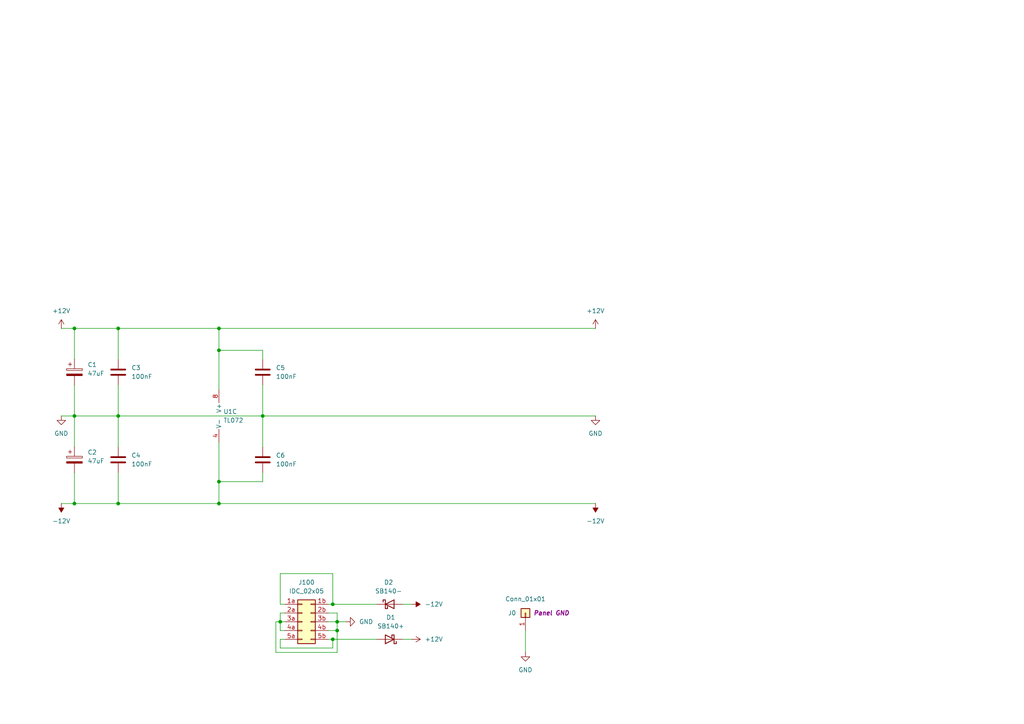
<source format=kicad_sch>
(kicad_sch (version 20231120) (generator "eeschema") (generator_version "8.0")
  (paper "A4")
  (title_block (title "Power Distribution") (company "DMH Instruments") (comment 1 "PCB for 5 cm Kosmo format synthesizer module"))
  (lib_symbols
    (symbol "Amplifier_Operational:TL072" (pin_names (offset 0.127))
      (property "Reference" "U" (at 0 5.08 0))
      (property "Value" "TL072" (at 0 -5.08 0))
      (symbol "TL072_1_1"
        (polyline (pts (xy -5.08 5.08) (xy 5.08 0) (xy -5.08 -5.08) (xy -5.08 5.08)) (stroke (width 0.254)) (fill (type background)))
        (pin output line (at 7.62 0 180) (length 2.54) (name "~") (number "1"))
        (pin input line (at -7.62 -2.54 0) (length 2.54) (name "-") (number "2"))
        (pin input line (at -7.62 2.54 0) (length 2.54) (name "+") (number "3"))
      )
      (symbol "TL072_2_1"
        (polyline (pts (xy -5.08 5.08) (xy 5.08 0) (xy -5.08 -5.08) (xy -5.08 5.08)) (stroke (width 0.254)) (fill (type background)))
        (pin input line (at -7.62 2.54 0) (length 2.54) (name "+") (number "5"))
        (pin input line (at -7.62 -2.54 0) (length 2.54) (name "-") (number "6"))
        (pin output line (at 7.62 0 180) (length 2.54) (name "~") (number "7"))
      )
      (symbol "TL072_3_1"
        (pin power_in line (at -2.54 -7.62 90) (length 3.81) (name "V-") (number "4"))
        (pin power_in line (at -2.54 7.62 270) (length 3.81) (name "V+") (number "8"))
      )
    )
    (symbol "Connector_Generic:Conn_01x01" (pin_names (offset 1.016) hide)
      (property "Reference" "J" (at 0 2.54 0))
      (property "Value" "Conn_01x01" (at 0 -2.54 0))
      (symbol "Conn_01x01_1_1"
        (rectangle (start -1.27 0.127) (end 0 -0.127) (stroke (width 0.1524)))
        (rectangle (start -1.27 1.27) (end 1.27 -1.27) (stroke (width 0.254)) (fill (type background)))
        (pin passive line (at -5.08 0 0) (length 3.81) (name "Pin_1") (number "1"))
      )
    )
    (symbol "Device:C" (pin_numbers hide) (pin_names (offset 0.254))
      (property "Reference" "C" (at 0.635 2.54 0))
      (property "Value" "C" (at 0.635 -2.54 0))
      (symbol "C_0_1"
        (polyline (pts (xy -2.032 -0.762) (xy 2.032 -0.762)) (stroke (width 0.508)))
        (polyline (pts (xy -2.032 0.762) (xy 2.032 0.762)) (stroke (width 0.508)))
      )
      (symbol "C_1_1"
        (pin passive line (at 0 3.81 270) (length 2.794) (name "~") (number "1"))
        (pin passive line (at 0 -3.81 90) (length 2.794) (name "~") (number "2"))
      )
    )
    (symbol "Device:C_Polarized" (pin_numbers hide) (pin_names (offset 0.254))
      (property "Reference" "C" (at 0.635 2.54 0))
      (property "Value" "C_Polarized" (at 0.635 -2.54 0))
      (symbol "C_Polarized_0_1"
        (rectangle (start -2.286 0.508) (end 2.286 1.016))
        (polyline (pts (xy -1.778 2.286) (xy -0.762 2.286)))
        (polyline (pts (xy -1.27 2.794) (xy -1.27 1.778)))
        (rectangle (start 2.286 -0.508) (end -2.286 -1.016) (fill (type outline)))
      )
      (symbol "C_Polarized_1_1"
        (pin passive line (at 0 3.81 270) (length 2.794) (name "~") (number "1"))
        (pin passive line (at 0 -3.81 90) (length 2.794) (name "~") (number "2"))
      )
    )
    (symbol "SynthStuff:Eurorack_Power_Connector_10Pin" (pin_names (offset 1.016) hide)
      (property "Reference" "J" (at 0 -10.922 0))
      (property "Value" "IDC_02x05" (at 0 -8.382 0))
      (symbol "Eurorack_Power_Connector_10Pin_1_1"
        (rectangle (start -2.54 -4.953) (end -1.27 -5.207) (stroke (width 0.1524)))
        (rectangle (start -2.54 -2.413) (end -1.27 -2.667) (stroke (width 0.1524)))
        (rectangle (start -2.54 0.127) (end -1.27 -0.127) (stroke (width 0.1524)))
        (rectangle (start -2.54 2.667) (end -1.27 2.413) (stroke (width 0.1524)))
        (rectangle (start -2.54 5.207) (end -1.27 4.953) (stroke (width 0.1524)))
        (rectangle (start -2.54 6.35) (end 2.54 -6.35) (stroke (width 0.254)) (fill (type background)))
        (rectangle (start 2.54 -4.953) (end 1.27 -5.207) (stroke (width 0.1524)))
        (rectangle (start 2.54 -2.413) (end 1.27 -2.667) (stroke (width 0.1524)))
        (rectangle (start 2.54 0.127) (end 1.27 -0.127) (stroke (width 0.1524)))
        (rectangle (start 2.54 2.667) (end 1.27 2.413) (stroke (width 0.1524)))
        (rectangle (start 2.54 5.207) (end 1.27 4.953) (stroke (width 0.1524)))
        (pin power_out line (at -6.35 5.08 0) (length 3.81) (name "Pin_1a") (number "1a"))
        (pin passive line (at 6.35 5.08 180) (length 3.81) (name "Pin_1b") (number "1b"))
        (pin power_out line (at -6.35 2.54 0) (length 3.81) (name "Pin_2a") (number "2a"))
        (pin passive line (at 6.35 2.54 180) (length 3.81) (name "Pin_2b") (number "2b"))
        (pin passive line (at -6.35 0 0) (length 3.81) (name "Pin_3a") (number "3a"))
        (pin passive line (at 6.35 0 180) (length 3.81) (name "Pin_3b") (number "3b"))
        (pin passive line (at -6.35 -2.54 0) (length 3.81) (name "Pin_4a") (number "4a"))
        (pin passive line (at 6.35 -2.54 180) (length 3.81) (name "Pin_4b") (number "4b"))
        (pin power_out line (at -6.35 -5.08 0) (length 3.81) (name "Pin_5a") (number "5a"))
        (pin passive line (at 6.35 -5.08 180) (length 3.81) (name "Pin_5b") (number "5b"))
      )
    )
    (symbol "SynthStuff:Power_Bus_Schotty_+" (pin_numbers hide) (pin_names (offset 1.016) hide)
      (property "Reference" "D" (at 0 2.54 0))
      (property "Value" "SB140+" (at 0 -2.54 0))
      (symbol "Power_Bus_Schotty_+_0_1"
        (polyline (pts (xy 1.27 0) (xy -1.27 0)))
        (polyline (pts (xy 1.27 1.27) (xy 1.27 -1.27) (xy -1.27 0) (xy 1.27 1.27)) (stroke (width 0.254)))
        (polyline (pts (xy -1.905 0.635) (xy -1.905 1.27) (xy -1.27 1.27) (xy -1.27 -1.27) (xy -0.635 -1.27) (xy -0.635 -0.635)) (stroke (width 0.254)))
      )
      (symbol "Power_Bus_Schotty_+_1_1"
        (pin power_out line (at -3.81 0 0) (length 2.54) (name "K") (number "1"))
        (pin power_in line (at 3.81 0 180) (length 2.54) (name "A") (number "2"))
      )
    )
    (symbol "SynthStuff:Power_Bus_Schotty_-" (pin_numbers hide) (pin_names (offset 1.016) hide)
      (property "Reference" "D" (at 0 2.54 0))
      (property "Value" "SB140-" (at 0 -2.54 0))
      (symbol "Power_Bus_Schotty_-_0_1"
        (polyline (pts (xy 1.27 0) (xy -1.27 0)))
        (polyline (pts (xy 1.27 1.27) (xy 1.27 -1.27) (xy -1.27 0) (xy 1.27 1.27)) (stroke (width 0.254)))
        (polyline (pts (xy -1.905 0.635) (xy -1.905 1.27) (xy -1.27 1.27) (xy -1.27 -1.27) (xy -0.635 -1.27) (xy -0.635 -0.635)) (stroke (width 0.254)))
      )
      (symbol "Power_Bus_Schotty_-_1_1"
        (pin power_in line (at -3.81 0 0) (length 2.54) (name "K") (number "1"))
        (pin power_out line (at 3.81 0 180) (length 2.54) (name "A") (number "2"))
      )
    )
    (symbol "power:+12V" (power) (pin_numbers hide) (pin_names (offset 0) hide)
      (property "Value" "+12V" (at 0 3.556 0))
      (symbol "+12V_0_1"
        (polyline (pts (xy -0.762 1.27) (xy 0 2.54)))
        (polyline (pts (xy 0 0) (xy 0 2.54)))
        (polyline (pts (xy 0 2.54) (xy 0.762 1.27)))
      )
      (symbol "+12V_1_1"
        (pin power_in line (at 0 0 90) (length 0) (name "~") (number "1"))
      )
    )
    (symbol "power:-12V" (power) (pin_numbers hide) (pin_names (offset 0) hide)
      (property "Value" "-12V" (at 0 3.556 0))
      (symbol "-12V_0_0"
        (pin power_in line (at 0 0 90) (length 0) (name "~") (number "1"))
      )
      (symbol "-12V_0_1"
        (polyline (pts (xy 0 0) (xy 0 1.27) (xy 0.762 1.27) (xy 0 2.54) (xy -0.762 1.27) (xy 0 1.27)) (fill (type outline)))
      )
    )
    (symbol "power:GND" (power) (pin_numbers hide) (pin_names (offset 0) hide)
      (property "Value" "GND" (at 0 -3.81 0))
      (symbol "GND_0_1"
        (polyline (pts (xy 0 0) (xy 0 -1.27) (xy 1.27 -1.27) (xy 0 -2.54) (xy -1.27 -1.27) (xy 0 -1.27)))
      )
      (symbol "GND_1_1"
        (pin power_in line (at 0 0 270) (length 0) (name "~") (number "1"))
      )
    )
  )
  (junction (at 81.28 180.34))
  (junction (at 63.5 95.25))
  (junction (at 97.79 180.34))
  (junction (at 34.29 146.05))
  (junction (at 21.59 95.25))
  (junction (at 34.29 95.25))
  (junction (at 76.2 120.65))
  (junction (at 63.5 139.7))
  (junction (at 96.52 175.26))
  (junction (at 97.79 182.88))
  (junction (at 21.59 146.05))
  (junction (at 96.52 185.42))
  (junction (at 63.5 146.05))
  (junction (at 21.59 120.65))
  (junction (at 34.29 120.65))
  (junction (at 63.5 101.6))
  (wire (pts (xy 96.52 175.26) (xy 109.22 175.26)))
  (wire (pts (xy 81.28 166.37) (xy 96.52 166.37)))
  (wire (pts (xy 63.5 95.25) (xy 63.5 101.6)))
  (wire (pts (xy 81.28 180.34) (xy 80.01 180.34)))
  (wire (pts (xy 63.5 101.6) (xy 76.2 101.6)))
  (wire (pts (xy 95.25 185.42) (xy 96.52 185.42)))
  (wire (pts (xy 17.78 120.65) (xy 21.59 120.65)))
  (wire (pts (xy 76.2 104.14) (xy 76.2 101.6)))
  (wire (pts (xy 21.59 120.65) (xy 34.29 120.65)))
  (wire (pts (xy 81.28 177.8) (xy 82.55 177.8)))
  (wire (pts (xy 21.59 146.05) (xy 34.29 146.05)))
  (wire (pts (xy 95.25 180.34) (xy 97.79 180.34)))
  (wire (pts (xy 97.79 189.23) (xy 97.79 182.88)))
  (wire (pts (xy 116.84 185.42) (xy 119.38 185.42)))
  (wire (pts (xy 82.55 182.88) (xy 81.28 182.88)))
  (wire (pts (xy 81.28 175.26) (xy 81.28 166.37)))
  (wire (pts (xy 21.59 95.25) (xy 21.59 104.14)))
  (wire (pts (xy 76.2 120.65) (xy 76.2 129.54)))
  (wire (pts (xy 34.29 95.25) (xy 63.5 95.25)))
  (wire (pts (xy 96.52 166.37) (xy 96.52 175.26)))
  (wire (pts (xy 17.78 95.25) (xy 21.59 95.25)))
  (wire (pts (xy 152.4 182.88) (xy 152.4 189.23)))
  (wire (pts (xy 81.28 182.88) (xy 81.28 180.34)))
  (wire (pts (xy 63.5 139.7) (xy 63.5 146.05)))
  (wire (pts (xy 21.59 95.25) (xy 34.29 95.25)))
  (wire (pts (xy 63.5 95.25) (xy 172.72 95.25)))
  (wire (pts (xy 34.29 95.25) (xy 34.29 104.14)))
  (wire (pts (xy 82.55 175.26) (xy 81.28 175.26)))
  (wire (pts (xy 97.79 177.8) (xy 97.79 180.34)))
  (wire (pts (xy 21.59 111.76) (xy 21.59 120.65)))
  (wire (pts (xy 82.55 185.42) (xy 81.28 185.42)))
  (wire (pts (xy 116.84 175.26) (xy 119.38 175.26)))
  (wire (pts (xy 21.59 120.65) (xy 21.59 129.54)))
  (wire (pts (xy 81.28 185.42) (xy 81.28 187.96)))
  (wire (pts (xy 95.25 182.88) (xy 97.79 182.88)))
  (wire (pts (xy 95.25 177.8) (xy 97.79 177.8)))
  (wire (pts (xy 76.2 120.65) (xy 172.72 120.65)))
  (wire (pts (xy 34.29 120.65) (xy 76.2 120.65)))
  (wire (pts (xy 81.28 180.34) (xy 82.55 180.34)))
  (wire (pts (xy 34.29 137.16) (xy 34.29 146.05)))
  (wire (pts (xy 81.28 187.96) (xy 96.52 187.96)))
  (wire (pts (xy 97.79 180.34) (xy 100.33 180.34)))
  (wire (pts (xy 63.5 101.6) (xy 63.5 113.03)))
  (wire (pts (xy 34.29 111.76) (xy 34.29 120.65)))
  (wire (pts (xy 80.01 189.23) (xy 97.79 189.23)))
  (wire (pts (xy 76.2 137.16) (xy 76.2 139.7)))
  (wire (pts (xy 80.01 180.34) (xy 80.01 189.23)))
  (wire (pts (xy 21.59 137.16) (xy 21.59 146.05)))
  (wire (pts (xy 96.52 187.96) (xy 96.52 185.42)))
  (wire (pts (xy 97.79 182.88) (xy 97.79 180.34)))
  (wire (pts (xy 63.5 139.7) (xy 76.2 139.7)))
  (wire (pts (xy 63.5 146.05) (xy 172.72 146.05)))
  (wire (pts (xy 17.78 146.05) (xy 21.59 146.05)))
  (wire (pts (xy 81.28 180.34) (xy 81.28 177.8)))
  (wire (pts (xy 95.25 175.26) (xy 96.52 175.26)))
  (wire (pts (xy 76.2 111.76) (xy 76.2 120.65)))
  (wire (pts (xy 96.52 185.42) (xy 109.22 185.42)))
  (wire (pts (xy 63.5 128.27) (xy 63.5 139.7)))
  (wire (pts (xy 34.29 120.65) (xy 34.29 129.54)))
  (wire (pts (xy 34.29 146.05) (xy 63.5 146.05)))
  (symbol (lib_id "Device:C") (at 34.29 107.95 0) (unit 1)
    (property "Reference" "C3" (at 38.1 106.6799 0) (effects (justify left)))
    (property "Value" "100nF" (at 38.1 109.2199 0) (effects (justify left)))
    (property "Footprint" "Capacitor_THT:C_Disc_D4.3mm_W1.9mm_P5.00mm" (effects (hide yes)))
    (property "Description" "Unpolarized capacitor" (effects (hide yes)))
  )
  (symbol (lib_id "Device:C_Polarized") (at 21.59 133.35 0) (unit 1)
    (property "Reference" "C2" (at 25.4 131.1909 0) (effects (justify left)))
    (property "Value" "47uF" (at 25.4 133.7309 0) (effects (justify left)))
    (property "Footprint" "Capacitor_THT:CP_Radial_D5.0mm_P2.00mm" (effects (hide yes)))
    (property "Description" "Polarized capacitor" (effects (hide yes)))
  )
  (symbol (lib_id "Device:C") (at 76.2 107.95 0) (unit 1)
    (property "Reference" "C5" (at 80.01 106.6799 0) (effects (justify left)))
    (property "Value" "100nF" (at 80.01 109.2199 0) (effects (justify left)))
    (property "Footprint" "Capacitor_THT:C_Disc_D4.3mm_W1.9mm_P5.00mm" (effects (hide yes)))
    (property "Description" "Unpolarized capacitor" (effects (hide yes)))
  )
  (symbol (lib_id "Connector_Generic:Conn_01x01") (at 152.4 177.8 90) (unit 1)
    (property "Reference" "J0" (at 147.32 177.8 90) (effects (justify right)))
    (property "Value" "Conn_01x01" (at 152.4 173.736 90))
    (property "Footprint" "Connector_PinHeader_2.54mm:PinHeader_1x01_P2.54mm_Vertical" (effects (hide yes)))
    (property "Description" "Generic connector, single row, 01x01, script generated (kicad-library-utils/schlib/autogen/connector/)" (effects (hide yes)))
    (property "Function" "Panel GND" (at 160.02 177.8 90) (effects (font (thickness 0.254) (bold yes) (italic yes))))
  )
  (symbol (lib_id "power:+12V") (at 17.78 95.25 0) (unit 1)
    (property "Reference" "#PWR013" (effects (hide yes)))
    (property "Value" "+12V" (at 17.78 90.17 0))
    (property "Description" "Power symbol creates a global label with name \"+12V\"" (effects (hide yes)))
  )
  (symbol (lib_id "power:-12V") (at 119.38 175.26 270) (unit 1)
    (property "Reference" "#PWR05" (effects (hide yes)))
    (property "Value" "-12V" (at 123.19 175.2599 90) (effects (justify left)))
    (property "Description" "Power symbol creates a global label with name \"-12V\"" (effects (hide yes)))
  )
  (symbol (lib_id "power:-12V") (at 17.78 146.05 180) (unit 1)
    (property "Reference" "#PWR017" (effects (hide yes)))
    (property "Value" "-12V" (at 17.78 151.13 0))
    (property "Description" "Power symbol creates a global label with name \"-12V\"" (effects (hide yes)))
  )
  (symbol (lib_id "SynthStuff:Eurorack_Power_Connector_10Pin") (at 88.9 180.34 0) (unit 1)
    (property "Reference" "J100" (at 88.9 168.91 0))
    (property "Value" "IDC_02x05" (at 88.9 171.45 0))
    (property "Footprint" "SynthStuff:IDC-Header_2x05_P2.54mm_Vertical_Eurorack" (effects (hide yes)))
    (property "Description" "IDC jack, 2x5 pins, row a carries same signals as row b." (effects (hide yes)))
  )
  (symbol (lib_id "power:GND") (at 152.4 189.23 0) (unit 1)
    (property "Reference" "#PWR08" (effects (hide yes)))
    (property "Value" "GND" (at 152.4 194.31 0))
    (property "Description" "Power symbol creates a global label with name \"GND\" , ground" (effects (hide yes)))
  )
  (symbol (lib_id "Device:C") (at 34.29 133.35 0) (unit 1)
    (property "Reference" "C4" (at 38.1 132.0799 0) (effects (justify left)))
    (property "Value" "100nF" (at 38.1 134.6199 0) (effects (justify left)))
    (property "Footprint" "Capacitor_THT:C_Disc_D4.3mm_W1.9mm_P5.00mm" (effects (hide yes)))
    (property "Description" "Unpolarized capacitor" (effects (hide yes)))
  )
  (symbol (lib_id "Device:C") (at 76.2 133.35 0) (unit 1)
    (property "Reference" "C6" (at 80.01 132.0799 0) (effects (justify left)))
    (property "Value" "100nF" (at 80.01 134.6199 0) (effects (justify left)))
    (property "Footprint" "Capacitor_THT:C_Disc_D4.3mm_W1.9mm_P5.00mm" (effects (hide yes)))
    (property "Description" "Unpolarized capacitor" (effects (hide yes)))
  )
  (symbol (lib_id "power:GND") (at 17.78 120.65 0) (unit 1)
    (property "Reference" "#PWR015" (effects (hide yes)))
    (property "Value" "GND" (at 17.78 125.73 0))
    (property "Description" "Power symbol creates a global label with name \"GND\" , ground" (effects (hide yes)))
  )
  (symbol (lib_id "power:+12V") (at 172.72 95.25 0) (unit 1)
    (property "Reference" "#PWR014" (effects (hide yes)))
    (property "Value" "+12V" (at 172.72 90.17 0))
    (property "Description" "Power symbol creates a global label with name \"+12V\"" (effects (hide yes)))
  )
  (symbol (lib_id "power:GND") (at 172.72 120.65 0) (unit 1)
    (property "Reference" "#PWR016" (effects (hide yes)))
    (property "Value" "GND" (at 172.72 125.73 0))
    (property "Description" "Power symbol creates a global label with name \"GND\" , ground" (effects (hide yes)))
  )
  (symbol (lib_id "SynthStuff:Power_Bus_Schotty_+") (at 113.03 185.42 180) (unit 1)
    (property "Reference" "D1" (at 113.3475 179.07 0))
    (property "Value" "SB140+" (at 113.3475 181.61 0))
    (property "Footprint" "Diode_THT:D_DO-41_SOD81_P10.16mm_Horizontal" (effects (hide yes)))
    (property "Datasheet" "http://www.diodes.com/_files/datasheets/ds23022.pdf" (effects (hide yes)))
    (property "Description" "40V 1A Schottky Barrier Rectifier Diode, DO-41" (effects (hide yes)))
  )
  (symbol (lib_id "Amplifier_Operational:TL072") (at 66.04 120.65 0) (unit 3)
    (property "Reference" "U1" (at 64.77 119.3799 0) (effects (justify left)))
    (property "Value" "TL072" (at 64.77 121.9199 0) (effects (justify left)))
    (property "Datasheet" "http://www.ti.com/lit/ds/symlink/tl071.pdf" (effects (hide yes)))
    (property "Description" "Dual Low-Noise JFET-Input Operational Amplifiers, DIP-8/SOIC-8" (effects (hide yes)))
  )
  (symbol (lib_id "power:+12V") (at 119.38 185.42 270) (unit 1)
    (property "Reference" "#PWR06" (effects (hide yes)))
    (property "Value" "+12V" (at 123.19 185.4199 90) (effects (justify left)))
    (property "Description" "Power symbol creates a global label with name \"+12V\"" (effects (hide yes)))
  )
  (symbol (lib_id "Device:C_Polarized") (at 21.59 107.95 0) (unit 1)
    (property "Reference" "C1" (at 25.4 105.7909 0) (effects (justify left)))
    (property "Value" "47uF" (at 25.4 108.3309 0) (effects (justify left)))
    (property "Footprint" "Capacitor_THT:CP_Radial_D5.0mm_P2.00mm" (effects (hide yes)))
    (property "Description" "Polarized capacitor" (effects (hide yes)))
  )
  (symbol (lib_id "power:-12V") (at 172.72 146.05 180) (unit 1)
    (property "Reference" "#PWR018" (effects (hide yes)))
    (property "Value" "-12V" (at 172.72 151.13 0))
    (property "Description" "Power symbol creates a global label with name \"-12V\"" (effects (hide yes)))
  )
  (symbol (lib_id "SynthStuff:Power_Bus_Schotty_-") (at 113.03 175.26 0) (unit 1)
    (property "Reference" "D2" (at 112.7125 168.91 0))
    (property "Value" "SB140-" (at 112.7125 171.45 0))
    (property "Footprint" "Diode_THT:D_DO-41_SOD81_P10.16mm_Horizontal" (effects (hide yes)))
    (property "Datasheet" "http://www.diodes.com/_files/datasheets/ds23022.pdf" (effects (hide yes)))
    (property "Description" "40V 1A Schottky Barrier Rectifier Diode, DO-41" (effects (hide yes)))
  )
  (symbol (lib_id "power:GND") (at 100.33 180.34 90) (unit 1)
    (property "Reference" "#PWR07" (effects (hide yes)))
    (property "Value" "GND" (at 104.14 180.3399 90) (effects (justify right)))
    (property "Description" "Power symbol creates a global label with name \"GND\" , ground" (effects (hide yes)))
  )
)
</source>
